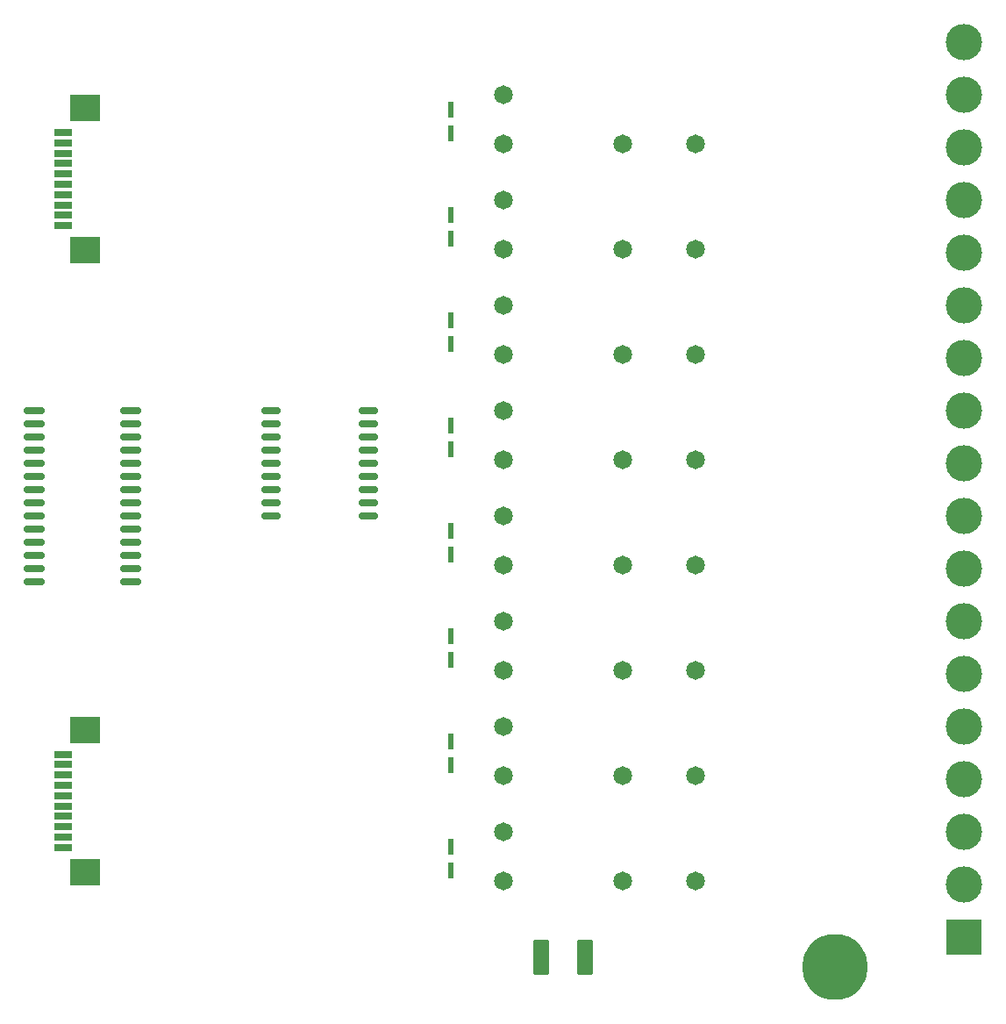
<source format=gbr>
%TF.GenerationSoftware,KiCad,Pcbnew,8.0.6-8.0.6-0~ubuntu24.04.1*%
%TF.CreationDate,2024-12-11T16:29:19+03:00*%
%TF.ProjectId,PM-RQ8,504d2d52-5138-42e6-9b69-6361645f7063,rev?*%
%TF.SameCoordinates,Original*%
%TF.FileFunction,Soldermask,Top*%
%TF.FilePolarity,Negative*%
%FSLAX46Y46*%
G04 Gerber Fmt 4.6, Leading zero omitted, Abs format (unit mm)*
G04 Created by KiCad (PCBNEW 8.0.6-8.0.6-0~ubuntu24.04.1) date 2024-12-11 16:29:19*
%MOMM*%
%LPD*%
G01*
G04 APERTURE LIST*
G04 Aperture macros list*
%AMRoundRect*
0 Rectangle with rounded corners*
0 $1 Rounding radius*
0 $2 $3 $4 $5 $6 $7 $8 $9 X,Y pos of 4 corners*
0 Add a 4 corners polygon primitive as box body*
4,1,4,$2,$3,$4,$5,$6,$7,$8,$9,$2,$3,0*
0 Add four circle primitives for the rounded corners*
1,1,$1+$1,$2,$3*
1,1,$1+$1,$4,$5*
1,1,$1+$1,$6,$7*
1,1,$1+$1,$8,$9*
0 Add four rect primitives between the rounded corners*
20,1,$1+$1,$2,$3,$4,$5,0*
20,1,$1+$1,$4,$5,$6,$7,0*
20,1,$1+$1,$6,$7,$8,$9,0*
20,1,$1+$1,$8,$9,$2,$3,0*%
G04 Aperture macros list end*
%ADD10R,0.533400X1.524000*%
%ADD11R,1.803400X0.635000*%
%ADD12R,2.997200X2.590800*%
%ADD13C,1.812000*%
%ADD14RoundRect,0.150000X-0.800000X-0.150000X0.800000X-0.150000X0.800000X0.150000X-0.800000X0.150000X0*%
%ADD15R,3.500000X3.500000*%
%ADD16C,3.500000*%
%ADD17O,6.350000X6.350000*%
%ADD18RoundRect,0.150000X-0.875000X-0.150000X0.875000X-0.150000X0.875000X0.150000X-0.875000X0.150000X0*%
%ADD19RoundRect,0.250000X0.537500X1.450000X-0.537500X1.450000X-0.537500X-1.450000X0.537500X-1.450000X0*%
G04 APERTURE END LIST*
D10*
%TO.C,D4*%
X-5080000Y6223000D03*
X-5080000Y3937000D03*
%TD*%
D11*
%TO.C,J9*%
X-42556000Y-34499991D03*
X-42556000Y-33499993D03*
X-42556000Y-32499995D03*
X-42556000Y-31499997D03*
X-42556000Y-30499999D03*
X-42556000Y-29500001D03*
X-42556000Y-28500003D03*
X-42556000Y-27500005D03*
X-42556000Y-26500007D03*
X-42556000Y-25500009D03*
D12*
X-40385999Y-36850002D03*
X-40385999Y-23149998D03*
%TD*%
D13*
%TO.C,K4*%
X0Y2920000D03*
X11500000Y2920000D03*
X18500000Y2920000D03*
X0Y7620000D03*
%TD*%
D14*
%TO.C,U1*%
X-22505000Y7620000D03*
X-22505000Y6350000D03*
X-22505000Y5080000D03*
X-22505000Y3810000D03*
X-22505000Y2540000D03*
X-22505000Y1270000D03*
X-22505000Y0D03*
X-22505000Y-1270000D03*
X-22505000Y-2540000D03*
X-13055000Y-2540000D03*
X-13055000Y-1270000D03*
X-13055000Y0D03*
X-13055000Y1270000D03*
X-13055000Y2540000D03*
X-13055000Y3810000D03*
X-13055000Y5080000D03*
X-13055000Y6350000D03*
X-13055000Y7620000D03*
%TD*%
D13*
%TO.C,K5*%
X0Y-7240000D03*
X11500000Y-7240000D03*
X18500000Y-7240000D03*
X0Y-2540000D03*
%TD*%
D15*
%TO.C,J10*%
X44450000Y-43180000D03*
D16*
X44450000Y-38100000D03*
X44450000Y-33020000D03*
X44450000Y-27940000D03*
X44450000Y-22860000D03*
X44450000Y-17780000D03*
X44450000Y-12700000D03*
X44450000Y-7620000D03*
X44450000Y-2540000D03*
X44450000Y2540000D03*
X44450000Y7620000D03*
X44450000Y12700000D03*
X44450000Y17780000D03*
X44450000Y22860000D03*
X44450000Y27940000D03*
X44450000Y33020000D03*
X44450000Y38100000D03*
X44450000Y43180000D03*
%TD*%
D13*
%TO.C,K6*%
X0Y-17400000D03*
X11500000Y-17400000D03*
X18500000Y-17400000D03*
X0Y-12700000D03*
%TD*%
%TO.C,K8*%
X0Y-37720000D03*
X11500000Y-37720000D03*
X18500000Y-37720000D03*
X0Y-33020000D03*
%TD*%
%TO.C,K1*%
X0Y33400000D03*
X11500000Y33400000D03*
X18500000Y33400000D03*
X0Y38100000D03*
%TD*%
D10*
%TO.C,D8*%
X-5080000Y-34417000D03*
X-5080000Y-36703000D03*
%TD*%
%TO.C,D1*%
X-5080000Y36703000D03*
X-5080000Y34417000D03*
%TD*%
D13*
%TO.C,K7*%
X0Y-27560000D03*
X11500000Y-27560000D03*
X18500000Y-27560000D03*
X0Y-22860000D03*
%TD*%
D10*
%TO.C,D5*%
X-5080000Y-3937000D03*
X-5080000Y-6223000D03*
%TD*%
%TO.C,D3*%
X-5080000Y16383000D03*
X-5080000Y14097000D03*
%TD*%
D17*
%TO.C,PE1*%
X32000000Y-46000000D03*
%TD*%
D13*
%TO.C,K3*%
X0Y13080000D03*
X11500000Y13080000D03*
X18500000Y13080000D03*
X0Y17780000D03*
%TD*%
D18*
%TO.C,U2*%
X-45290000Y7620000D03*
X-45290000Y6350000D03*
X-45290000Y5080000D03*
X-45290000Y3810000D03*
X-45290000Y2540000D03*
X-45290000Y1270000D03*
X-45290000Y0D03*
X-45290000Y-1270000D03*
X-45290000Y-2540000D03*
X-45290000Y-3810000D03*
X-45290000Y-5080000D03*
X-45290000Y-6350000D03*
X-45290000Y-7620000D03*
X-45290000Y-8890000D03*
X-35990000Y-8890000D03*
X-35990000Y-7620000D03*
X-35990000Y-6350000D03*
X-35990000Y-5080000D03*
X-35990000Y-3810000D03*
X-35990000Y-2540000D03*
X-35990000Y-1270000D03*
X-35990000Y0D03*
X-35990000Y1270000D03*
X-35990000Y2540000D03*
X-35990000Y3810000D03*
X-35990000Y5080000D03*
X-35990000Y6350000D03*
X-35990000Y7620000D03*
%TD*%
D13*
%TO.C,K2*%
X0Y23240000D03*
X11500000Y23240000D03*
X18500000Y23240000D03*
X0Y27940000D03*
%TD*%
D19*
%TO.C,C1*%
X7852500Y-45085000D03*
X3577500Y-45085000D03*
%TD*%
D11*
%TO.C,J2*%
X-42556000Y25500009D03*
X-42556000Y26500007D03*
X-42556000Y27500005D03*
X-42556000Y28500003D03*
X-42556000Y29500001D03*
X-42556000Y30499999D03*
X-42556000Y31499997D03*
X-42556000Y32499995D03*
X-42556000Y33499993D03*
X-42556000Y34499991D03*
D12*
X-40385999Y23149998D03*
X-40385999Y36850002D03*
%TD*%
D10*
%TO.C,D7*%
X-5080000Y-24257000D03*
X-5080000Y-26543000D03*
%TD*%
%TO.C,D6*%
X-5080000Y-14097000D03*
X-5080000Y-16383000D03*
%TD*%
%TO.C,D2*%
X-5080000Y26543000D03*
X-5080000Y24257000D03*
%TD*%
M02*

</source>
